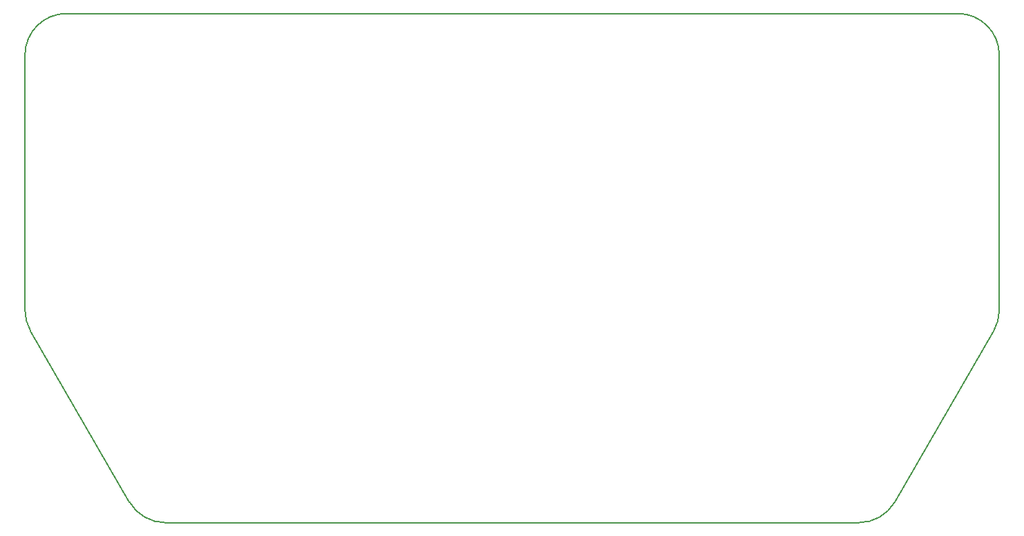
<source format=gm1>
%TF.GenerationSoftware,KiCad,Pcbnew,7.0.1-0*%
%TF.CreationDate,2023-07-14T11:12:34-05:00*%
%TF.ProjectId,power,706f7765-722e-46b6-9963-61645f706362,rev?*%
%TF.SameCoordinates,PXb5acc9ePY48ab840*%
%TF.FileFunction,Profile,NP*%
%FSLAX46Y46*%
G04 Gerber Fmt 4.6, Leading zero omitted, Abs format (unit mm)*
G04 Created by KiCad (PCBNEW 7.0.1-0) date 2023-07-14 11:12:34*
%MOMM*%
%LPD*%
G01*
G04 APERTURE LIST*
%TA.AperFunction,Profile*%
%ADD10C,0.150000*%
%TD*%
G04 APERTURE END LIST*
D10*
X4394864Y-33875636D02*
G75*
G03*
X5080001Y-31335622I-4396962J2548436D01*
G01*
X-114299998Y2D02*
X-114299998Y-31335622D01*
X-113619408Y-33875622D02*
X-101501764Y-54863998D01*
X5080004Y2D02*
G75*
G03*
X2Y5080002I-5080002J-2D01*
G01*
X5080002Y2D02*
X5080002Y-31335622D01*
X-109219998Y5080000D02*
G75*
G03*
X-114299998Y2I0J-5080000D01*
G01*
X-12117642Y-57403998D02*
X-97102354Y-57403998D01*
X-114300009Y-31335622D02*
G75*
G03*
X-113619408Y-33875621I5080011J22D01*
G01*
X-101501795Y-54864016D02*
G75*
G03*
X-97102354Y-57403998I4399397J2540016D01*
G01*
X2Y5080002D02*
X-109219998Y5080002D01*
X-7718233Y-54863998D02*
X4394840Y-33875622D01*
X-12117642Y-57404047D02*
G75*
G03*
X-7718233Y-54863998I-56J5080047D01*
G01*
M02*

</source>
